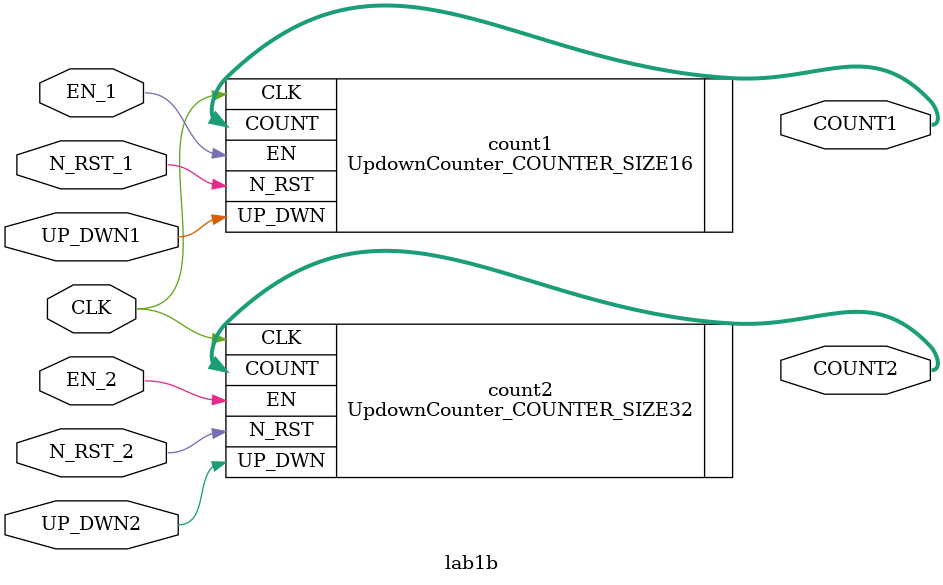
<source format=v>


module lab1b ( CLK, N_RST_1, N_RST_2, EN_1, EN_2, UP_DWN1, UP_DWN2, COUNT1, 
        COUNT2 );
  output [15:0] COUNT1;
  output [31:0] COUNT2;
  input CLK, N_RST_1, N_RST_2, EN_1, EN_2, UP_DWN1, UP_DWN2;


  UpdownCounter_COUNTER_SIZE16 count1 ( .CLK(CLK), .N_RST(N_RST_1), .EN(EN_1), 
        .UP_DWN(UP_DWN1), .COUNT(COUNT1) );
  UpdownCounter_COUNTER_SIZE32 count2 ( .CLK(CLK), .N_RST(N_RST_2), .EN(EN_2), 
        .UP_DWN(UP_DWN2), .COUNT(COUNT2) );
endmodule


</source>
